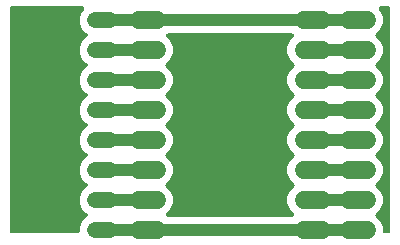
<source format=gbr>
G04 EAGLE Gerber X2 export*
G04 #@! %TF.Part,Single*
G04 #@! %TF.FileFunction,Copper,L2,Bot,Mixed*
G04 #@! %TF.FilePolarity,Positive*
G04 #@! %TF.GenerationSoftware,Autodesk,EAGLE,9.0.0*
G04 #@! %TF.CreationDate,2019-08-08T19:13:13Z*
G75*
%MOMM*%
%FSLAX34Y34*%
%LPD*%
%AMOC8*
5,1,8,0,0,1.08239X$1,22.5*%
G01*
%ADD10C,1.320800*%
%ADD11C,1.524000*%
%ADD12C,1.016000*%

G36*
X274410Y23878D02*
X274410Y23878D01*
X274419Y23877D01*
X274611Y23898D01*
X274802Y23917D01*
X274810Y23919D01*
X274819Y23920D01*
X275001Y23978D01*
X275187Y24035D01*
X275195Y24039D01*
X275203Y24042D01*
X275371Y24135D01*
X275541Y24227D01*
X275547Y24232D01*
X275555Y24237D01*
X275702Y24361D01*
X275850Y24484D01*
X275855Y24491D01*
X275862Y24497D01*
X275981Y24648D01*
X276102Y24798D01*
X276106Y24806D01*
X276112Y24813D01*
X276200Y24986D01*
X276288Y25155D01*
X276290Y25164D01*
X276294Y25172D01*
X276346Y25358D01*
X276399Y25542D01*
X276400Y25551D01*
X276402Y25560D01*
X276416Y25753D01*
X276432Y25944D01*
X276431Y25952D01*
X276432Y25961D01*
X276407Y26154D01*
X276385Y26343D01*
X276382Y26352D01*
X276381Y26361D01*
X276320Y26542D01*
X276260Y26726D01*
X276256Y26734D01*
X276253Y26742D01*
X276157Y26909D01*
X276062Y27077D01*
X276057Y27084D01*
X276052Y27091D01*
X275837Y27344D01*
X272852Y30330D01*
X270763Y35372D01*
X270763Y40828D01*
X272852Y45870D01*
X276345Y49364D01*
X276357Y49378D01*
X276370Y49389D01*
X276484Y49533D01*
X276600Y49675D01*
X276609Y49691D01*
X276620Y49705D01*
X276703Y49869D01*
X276789Y50031D01*
X276794Y50048D01*
X276802Y50064D01*
X276852Y50241D01*
X276904Y50417D01*
X276905Y50435D01*
X276910Y50452D01*
X276924Y50635D01*
X276940Y50818D01*
X276938Y50836D01*
X276940Y50853D01*
X276917Y51035D01*
X276897Y51218D01*
X276891Y51235D01*
X276889Y51253D01*
X276831Y51427D01*
X276775Y51602D01*
X276767Y51618D01*
X276761Y51634D01*
X276669Y51794D01*
X276580Y51954D01*
X276569Y51968D01*
X276560Y51983D01*
X276345Y52236D01*
X272852Y55730D01*
X270763Y60772D01*
X270763Y66228D01*
X272852Y71270D01*
X276345Y74764D01*
X276357Y74778D01*
X276370Y74789D01*
X276484Y74933D01*
X276600Y75075D01*
X276609Y75091D01*
X276620Y75105D01*
X276703Y75269D01*
X276789Y75431D01*
X276794Y75448D01*
X276802Y75464D01*
X276852Y75641D01*
X276904Y75817D01*
X276905Y75835D01*
X276910Y75852D01*
X276924Y76035D01*
X276940Y76218D01*
X276938Y76236D01*
X276940Y76253D01*
X276917Y76435D01*
X276897Y76618D01*
X276891Y76635D01*
X276889Y76653D01*
X276831Y76826D01*
X276775Y77002D01*
X276767Y77018D01*
X276761Y77034D01*
X276669Y77194D01*
X276580Y77354D01*
X276569Y77368D01*
X276560Y77383D01*
X276345Y77636D01*
X272852Y81130D01*
X270763Y86172D01*
X270763Y91628D01*
X272852Y96670D01*
X276345Y100164D01*
X276357Y100178D01*
X276370Y100189D01*
X276484Y100333D01*
X276600Y100475D01*
X276609Y100491D01*
X276620Y100505D01*
X276703Y100669D01*
X276789Y100831D01*
X276794Y100848D01*
X276802Y100864D01*
X276852Y101041D01*
X276904Y101217D01*
X276905Y101235D01*
X276910Y101252D01*
X276924Y101435D01*
X276940Y101618D01*
X276938Y101636D01*
X276940Y101653D01*
X276917Y101835D01*
X276897Y102018D01*
X276891Y102035D01*
X276889Y102053D01*
X276831Y102227D01*
X276775Y102402D01*
X276767Y102418D01*
X276761Y102434D01*
X276669Y102594D01*
X276580Y102754D01*
X276569Y102768D01*
X276560Y102783D01*
X276345Y103036D01*
X272852Y106530D01*
X270763Y111572D01*
X270763Y117028D01*
X272852Y122070D01*
X276345Y125564D01*
X276357Y125578D01*
X276370Y125589D01*
X276484Y125733D01*
X276600Y125875D01*
X276609Y125891D01*
X276620Y125905D01*
X276703Y126069D01*
X276789Y126231D01*
X276794Y126248D01*
X276802Y126264D01*
X276852Y126441D01*
X276904Y126617D01*
X276905Y126635D01*
X276910Y126652D01*
X276924Y126835D01*
X276940Y127018D01*
X276938Y127036D01*
X276940Y127053D01*
X276917Y127235D01*
X276897Y127418D01*
X276891Y127435D01*
X276889Y127453D01*
X276831Y127627D01*
X276775Y127802D01*
X276767Y127818D01*
X276761Y127834D01*
X276669Y127994D01*
X276580Y128154D01*
X276569Y128168D01*
X276560Y128183D01*
X276345Y128436D01*
X272852Y131930D01*
X270763Y136972D01*
X270763Y142428D01*
X272852Y147470D01*
X276345Y150964D01*
X276357Y150978D01*
X276370Y150989D01*
X276484Y151133D01*
X276600Y151275D01*
X276609Y151291D01*
X276620Y151305D01*
X276703Y151469D01*
X276789Y151631D01*
X276794Y151648D01*
X276802Y151664D01*
X276852Y151841D01*
X276904Y152017D01*
X276905Y152035D01*
X276910Y152052D01*
X276924Y152235D01*
X276940Y152418D01*
X276938Y152436D01*
X276940Y152453D01*
X276917Y152635D01*
X276897Y152818D01*
X276891Y152835D01*
X276889Y152853D01*
X276831Y153027D01*
X276775Y153202D01*
X276767Y153218D01*
X276761Y153234D01*
X276669Y153394D01*
X276580Y153554D01*
X276569Y153568D01*
X276560Y153583D01*
X276345Y153836D01*
X272852Y157330D01*
X270763Y162372D01*
X270763Y167828D01*
X272852Y172870D01*
X275837Y175856D01*
X275843Y175863D01*
X275850Y175868D01*
X275970Y176018D01*
X276092Y176167D01*
X276097Y176175D01*
X276102Y176182D01*
X276191Y176352D01*
X276281Y176523D01*
X276284Y176532D01*
X276288Y176539D01*
X276341Y176723D01*
X276396Y176909D01*
X276397Y176918D01*
X276399Y176926D01*
X276415Y177117D01*
X276432Y177310D01*
X276431Y177319D01*
X276432Y177328D01*
X276410Y177517D01*
X276389Y177710D01*
X276386Y177719D01*
X276385Y177727D01*
X276326Y177909D01*
X276267Y178094D01*
X276263Y178102D01*
X276260Y178110D01*
X276165Y178279D01*
X276072Y178446D01*
X276067Y178453D01*
X276062Y178461D01*
X275936Y178607D01*
X275812Y178753D01*
X275805Y178759D01*
X275799Y178766D01*
X275648Y178883D01*
X275496Y179003D01*
X275488Y179007D01*
X275481Y179012D01*
X275309Y179098D01*
X275137Y179185D01*
X275129Y179188D01*
X275121Y179192D01*
X274935Y179242D01*
X274749Y179293D01*
X274740Y179294D01*
X274732Y179296D01*
X274401Y179323D01*
X170099Y179323D01*
X170090Y179322D01*
X170081Y179323D01*
X169889Y179302D01*
X169698Y179283D01*
X169690Y179281D01*
X169681Y179280D01*
X169499Y179222D01*
X169313Y179165D01*
X169305Y179161D01*
X169297Y179158D01*
X169129Y179065D01*
X168959Y178973D01*
X168953Y178968D01*
X168945Y178963D01*
X168798Y178839D01*
X168650Y178716D01*
X168645Y178709D01*
X168638Y178703D01*
X168519Y178552D01*
X168398Y178402D01*
X168394Y178394D01*
X168388Y178387D01*
X168300Y178214D01*
X168212Y178045D01*
X168210Y178036D01*
X168206Y178028D01*
X168154Y177842D01*
X168101Y177658D01*
X168100Y177649D01*
X168098Y177640D01*
X168084Y177447D01*
X168068Y177256D01*
X168069Y177248D01*
X168068Y177239D01*
X168093Y177046D01*
X168115Y176857D01*
X168118Y176848D01*
X168119Y176839D01*
X168180Y176656D01*
X168240Y176474D01*
X168244Y176466D01*
X168247Y176458D01*
X168343Y176291D01*
X168438Y176123D01*
X168443Y176116D01*
X168448Y176109D01*
X168663Y175856D01*
X171648Y172870D01*
X173737Y167828D01*
X173737Y162372D01*
X171648Y157330D01*
X168155Y153836D01*
X168143Y153823D01*
X168130Y153811D01*
X168016Y153667D01*
X167900Y153525D01*
X167891Y153509D01*
X167880Y153495D01*
X167797Y153331D01*
X167711Y153169D01*
X167706Y153152D01*
X167698Y153136D01*
X167648Y152959D01*
X167596Y152783D01*
X167595Y152765D01*
X167590Y152748D01*
X167576Y152565D01*
X167560Y152382D01*
X167562Y152364D01*
X167560Y152347D01*
X167583Y152165D01*
X167603Y151982D01*
X167609Y151965D01*
X167611Y151947D01*
X167669Y151774D01*
X167725Y151598D01*
X167733Y151582D01*
X167739Y151566D01*
X167831Y151406D01*
X167920Y151246D01*
X167931Y151232D01*
X167940Y151217D01*
X168155Y150964D01*
X171648Y147470D01*
X173737Y142428D01*
X173737Y136972D01*
X171648Y131930D01*
X168155Y128436D01*
X168143Y128423D01*
X168130Y128411D01*
X168016Y128267D01*
X167900Y128125D01*
X167891Y128109D01*
X167880Y128095D01*
X167797Y127931D01*
X167711Y127769D01*
X167706Y127752D01*
X167698Y127736D01*
X167648Y127559D01*
X167596Y127383D01*
X167595Y127365D01*
X167590Y127348D01*
X167576Y127165D01*
X167560Y126982D01*
X167562Y126964D01*
X167560Y126947D01*
X167583Y126765D01*
X167603Y126582D01*
X167609Y126565D01*
X167611Y126547D01*
X167669Y126374D01*
X167725Y126198D01*
X167733Y126182D01*
X167739Y126166D01*
X167831Y126006D01*
X167920Y125846D01*
X167931Y125832D01*
X167940Y125817D01*
X168155Y125564D01*
X171648Y122070D01*
X173737Y117028D01*
X173737Y111572D01*
X171648Y106530D01*
X168155Y103036D01*
X168143Y103023D01*
X168130Y103011D01*
X168016Y102867D01*
X167900Y102725D01*
X167891Y102709D01*
X167880Y102695D01*
X167797Y102531D01*
X167711Y102369D01*
X167706Y102352D01*
X167698Y102336D01*
X167648Y102159D01*
X167596Y101983D01*
X167595Y101965D01*
X167590Y101948D01*
X167576Y101765D01*
X167560Y101582D01*
X167562Y101564D01*
X167560Y101547D01*
X167583Y101365D01*
X167603Y101182D01*
X167609Y101165D01*
X167611Y101147D01*
X167669Y100974D01*
X167725Y100798D01*
X167733Y100782D01*
X167739Y100766D01*
X167831Y100606D01*
X167920Y100446D01*
X167931Y100432D01*
X167940Y100417D01*
X168155Y100164D01*
X171648Y96670D01*
X173737Y91628D01*
X173737Y86172D01*
X171648Y81130D01*
X168155Y77636D01*
X168143Y77623D01*
X168130Y77611D01*
X168016Y77467D01*
X167900Y77325D01*
X167891Y77309D01*
X167880Y77295D01*
X167797Y77131D01*
X167711Y76969D01*
X167706Y76952D01*
X167698Y76936D01*
X167648Y76759D01*
X167596Y76583D01*
X167595Y76565D01*
X167590Y76548D01*
X167576Y76365D01*
X167560Y76182D01*
X167562Y76164D01*
X167560Y76147D01*
X167583Y75965D01*
X167603Y75782D01*
X167609Y75765D01*
X167611Y75747D01*
X167669Y75574D01*
X167725Y75398D01*
X167733Y75382D01*
X167739Y75366D01*
X167831Y75206D01*
X167920Y75046D01*
X167931Y75032D01*
X167940Y75017D01*
X168155Y74764D01*
X171648Y71270D01*
X173737Y66228D01*
X173737Y60772D01*
X171648Y55730D01*
X168155Y52236D01*
X168143Y52223D01*
X168130Y52211D01*
X168016Y52067D01*
X167900Y51925D01*
X167891Y51909D01*
X167880Y51895D01*
X167797Y51731D01*
X167711Y51569D01*
X167706Y51552D01*
X167698Y51536D01*
X167648Y51359D01*
X167596Y51183D01*
X167595Y51165D01*
X167590Y51148D01*
X167576Y50965D01*
X167560Y50782D01*
X167562Y50764D01*
X167560Y50747D01*
X167583Y50565D01*
X167603Y50382D01*
X167609Y50365D01*
X167611Y50347D01*
X167669Y50174D01*
X167725Y49998D01*
X167733Y49982D01*
X167739Y49966D01*
X167831Y49806D01*
X167920Y49646D01*
X167931Y49632D01*
X167940Y49617D01*
X168155Y49364D01*
X171648Y45870D01*
X173737Y40828D01*
X173737Y35372D01*
X171648Y30330D01*
X168663Y27344D01*
X168657Y27337D01*
X168650Y27332D01*
X168530Y27182D01*
X168408Y27033D01*
X168403Y27025D01*
X168398Y27018D01*
X168309Y26848D01*
X168219Y26677D01*
X168216Y26668D01*
X168212Y26661D01*
X168159Y26476D01*
X168104Y26291D01*
X168103Y26282D01*
X168101Y26274D01*
X168085Y26083D01*
X168068Y25890D01*
X168069Y25881D01*
X168068Y25872D01*
X168090Y25683D01*
X168111Y25490D01*
X168114Y25481D01*
X168115Y25473D01*
X168174Y25291D01*
X168233Y25106D01*
X168237Y25098D01*
X168240Y25090D01*
X168335Y24921D01*
X168428Y24754D01*
X168433Y24747D01*
X168438Y24739D01*
X168564Y24593D01*
X168688Y24447D01*
X168695Y24441D01*
X168701Y24434D01*
X168852Y24317D01*
X169004Y24197D01*
X169012Y24193D01*
X169019Y24188D01*
X169191Y24102D01*
X169363Y24015D01*
X169371Y24012D01*
X169379Y24008D01*
X169565Y23958D01*
X169751Y23907D01*
X169760Y23906D01*
X169768Y23904D01*
X170099Y23877D01*
X274401Y23877D01*
X274410Y23878D01*
G37*
G36*
X92982Y10163D02*
X92982Y10163D01*
X93000Y10161D01*
X93182Y10182D01*
X93365Y10201D01*
X93382Y10206D01*
X93399Y10208D01*
X93574Y10265D01*
X93750Y10319D01*
X93765Y10327D01*
X93782Y10333D01*
X93942Y10423D01*
X94104Y10511D01*
X94117Y10522D01*
X94133Y10531D01*
X94272Y10651D01*
X94413Y10768D01*
X94424Y10782D01*
X94438Y10794D01*
X94550Y10939D01*
X94665Y11082D01*
X94673Y11098D01*
X94684Y11112D01*
X94766Y11277D01*
X94851Y11439D01*
X94856Y11456D01*
X94864Y11472D01*
X94911Y11651D01*
X94962Y11826D01*
X94964Y11844D01*
X94968Y11861D01*
X94995Y12192D01*
X94995Y15226D01*
X96929Y19894D01*
X100502Y23467D01*
X100637Y23523D01*
X100645Y23528D01*
X100654Y23530D01*
X100822Y23622D01*
X100992Y23714D01*
X100999Y23719D01*
X101007Y23724D01*
X101153Y23847D01*
X101303Y23970D01*
X101308Y23977D01*
X101315Y23983D01*
X101435Y24133D01*
X101556Y24283D01*
X101560Y24291D01*
X101566Y24298D01*
X101654Y24470D01*
X101743Y24639D01*
X101746Y24648D01*
X101750Y24656D01*
X101803Y24842D01*
X101856Y25026D01*
X101857Y25035D01*
X101860Y25043D01*
X101875Y25235D01*
X101891Y25427D01*
X101890Y25436D01*
X101891Y25445D01*
X101867Y25637D01*
X101846Y25827D01*
X101843Y25835D01*
X101842Y25844D01*
X101781Y26028D01*
X101723Y26210D01*
X101718Y26218D01*
X101716Y26226D01*
X101620Y26394D01*
X101526Y26562D01*
X101521Y26568D01*
X101516Y26576D01*
X101390Y26721D01*
X101265Y26867D01*
X101257Y26873D01*
X101252Y26880D01*
X101101Y26995D01*
X100948Y27116D01*
X100939Y27120D01*
X100932Y27125D01*
X100637Y27277D01*
X100502Y27333D01*
X96929Y30906D01*
X94995Y35574D01*
X94995Y40626D01*
X96929Y45294D01*
X100502Y48867D01*
X100637Y48923D01*
X100645Y48928D01*
X100654Y48930D01*
X100822Y49022D01*
X100992Y49114D01*
X100999Y49119D01*
X101007Y49124D01*
X101153Y49247D01*
X101303Y49370D01*
X101308Y49377D01*
X101315Y49383D01*
X101435Y49533D01*
X101556Y49683D01*
X101560Y49691D01*
X101566Y49698D01*
X101654Y49870D01*
X101743Y50039D01*
X101746Y50048D01*
X101750Y50056D01*
X101803Y50242D01*
X101856Y50426D01*
X101857Y50435D01*
X101860Y50443D01*
X101875Y50635D01*
X101891Y50827D01*
X101890Y50836D01*
X101891Y50845D01*
X101867Y51037D01*
X101846Y51227D01*
X101843Y51235D01*
X101842Y51244D01*
X101781Y51428D01*
X101723Y51610D01*
X101718Y51618D01*
X101716Y51626D01*
X101620Y51794D01*
X101526Y51962D01*
X101521Y51968D01*
X101516Y51976D01*
X101390Y52121D01*
X101265Y52267D01*
X101257Y52273D01*
X101252Y52280D01*
X101101Y52395D01*
X100948Y52516D01*
X100939Y52520D01*
X100932Y52525D01*
X100637Y52677D01*
X100502Y52733D01*
X96929Y56306D01*
X94995Y60974D01*
X94995Y66026D01*
X96929Y70694D01*
X100502Y74267D01*
X100637Y74323D01*
X100645Y74328D01*
X100654Y74330D01*
X100822Y74422D01*
X100992Y74514D01*
X100999Y74519D01*
X101007Y74524D01*
X101153Y74647D01*
X101303Y74770D01*
X101308Y74777D01*
X101315Y74783D01*
X101435Y74933D01*
X101556Y75083D01*
X101560Y75091D01*
X101566Y75098D01*
X101654Y75270D01*
X101743Y75439D01*
X101746Y75448D01*
X101750Y75456D01*
X101803Y75642D01*
X101856Y75826D01*
X101857Y75835D01*
X101860Y75843D01*
X101875Y76035D01*
X101891Y76227D01*
X101890Y76236D01*
X101891Y76245D01*
X101867Y76437D01*
X101846Y76627D01*
X101843Y76635D01*
X101842Y76644D01*
X101782Y76826D01*
X101723Y77010D01*
X101718Y77018D01*
X101716Y77026D01*
X101620Y77194D01*
X101526Y77362D01*
X101521Y77368D01*
X101516Y77376D01*
X101390Y77521D01*
X101265Y77667D01*
X101257Y77673D01*
X101252Y77680D01*
X101101Y77795D01*
X100948Y77916D01*
X100939Y77920D01*
X100932Y77925D01*
X100637Y78077D01*
X100502Y78133D01*
X96929Y81706D01*
X94995Y86374D01*
X94995Y91426D01*
X96929Y96094D01*
X100502Y99667D01*
X100566Y99694D01*
X100637Y99723D01*
X100645Y99728D01*
X100654Y99730D01*
X100822Y99822D01*
X100992Y99914D01*
X100999Y99919D01*
X101007Y99924D01*
X101153Y100047D01*
X101303Y100170D01*
X101308Y100177D01*
X101315Y100183D01*
X101435Y100333D01*
X101556Y100483D01*
X101560Y100491D01*
X101566Y100498D01*
X101654Y100670D01*
X101743Y100839D01*
X101746Y100848D01*
X101750Y100856D01*
X101803Y101042D01*
X101856Y101226D01*
X101857Y101235D01*
X101860Y101243D01*
X101875Y101435D01*
X101891Y101627D01*
X101890Y101636D01*
X101891Y101645D01*
X101867Y101837D01*
X101846Y102027D01*
X101843Y102035D01*
X101842Y102044D01*
X101781Y102228D01*
X101723Y102410D01*
X101718Y102418D01*
X101716Y102426D01*
X101620Y102594D01*
X101526Y102762D01*
X101521Y102768D01*
X101516Y102776D01*
X101390Y102921D01*
X101265Y103067D01*
X101257Y103073D01*
X101252Y103080D01*
X101101Y103195D01*
X100948Y103316D01*
X100939Y103320D01*
X100932Y103325D01*
X100637Y103477D01*
X100502Y103533D01*
X96929Y107106D01*
X94995Y111774D01*
X94995Y116826D01*
X96929Y121494D01*
X100502Y125067D01*
X100637Y125123D01*
X100645Y125128D01*
X100654Y125130D01*
X100822Y125222D01*
X100992Y125314D01*
X100999Y125319D01*
X101007Y125324D01*
X101153Y125447D01*
X101303Y125570D01*
X101308Y125577D01*
X101315Y125583D01*
X101435Y125733D01*
X101556Y125883D01*
X101560Y125891D01*
X101566Y125898D01*
X101654Y126070D01*
X101743Y126239D01*
X101746Y126248D01*
X101750Y126256D01*
X101803Y126442D01*
X101856Y126626D01*
X101857Y126635D01*
X101860Y126643D01*
X101875Y126835D01*
X101891Y127027D01*
X101890Y127036D01*
X101891Y127045D01*
X101867Y127237D01*
X101846Y127427D01*
X101843Y127435D01*
X101842Y127444D01*
X101781Y127628D01*
X101723Y127810D01*
X101718Y127818D01*
X101716Y127826D01*
X101620Y127994D01*
X101526Y128162D01*
X101521Y128168D01*
X101516Y128176D01*
X101390Y128321D01*
X101265Y128467D01*
X101257Y128473D01*
X101252Y128480D01*
X101101Y128595D01*
X100948Y128716D01*
X100939Y128720D01*
X100932Y128725D01*
X100637Y128877D01*
X100502Y128933D01*
X96929Y132506D01*
X94995Y137174D01*
X94995Y142226D01*
X96929Y146894D01*
X100502Y150467D01*
X100637Y150523D01*
X100645Y150528D01*
X100654Y150530D01*
X100822Y150622D01*
X100992Y150714D01*
X100999Y150719D01*
X101007Y150724D01*
X101153Y150847D01*
X101303Y150970D01*
X101308Y150977D01*
X101315Y150983D01*
X101435Y151133D01*
X101556Y151283D01*
X101560Y151291D01*
X101566Y151298D01*
X101654Y151470D01*
X101743Y151639D01*
X101746Y151648D01*
X101750Y151656D01*
X101803Y151842D01*
X101856Y152026D01*
X101857Y152035D01*
X101860Y152043D01*
X101875Y152235D01*
X101891Y152427D01*
X101890Y152436D01*
X101891Y152445D01*
X101867Y152637D01*
X101846Y152827D01*
X101843Y152835D01*
X101842Y152844D01*
X101781Y153028D01*
X101723Y153210D01*
X101718Y153218D01*
X101716Y153226D01*
X101620Y153394D01*
X101526Y153562D01*
X101521Y153568D01*
X101516Y153576D01*
X101390Y153721D01*
X101265Y153867D01*
X101257Y153873D01*
X101252Y153880D01*
X101101Y153995D01*
X100948Y154116D01*
X100939Y154120D01*
X100932Y154125D01*
X100637Y154277D01*
X100502Y154333D01*
X96929Y157906D01*
X94995Y162574D01*
X94995Y167626D01*
X96929Y172294D01*
X100502Y175867D01*
X100637Y175923D01*
X100645Y175928D01*
X100654Y175930D01*
X100822Y176022D01*
X100992Y176114D01*
X100999Y176119D01*
X101007Y176124D01*
X101153Y176247D01*
X101303Y176370D01*
X101308Y176377D01*
X101315Y176383D01*
X101435Y176533D01*
X101556Y176683D01*
X101560Y176691D01*
X101566Y176698D01*
X101654Y176870D01*
X101743Y177039D01*
X101746Y177048D01*
X101750Y177056D01*
X101803Y177242D01*
X101856Y177426D01*
X101857Y177435D01*
X101860Y177443D01*
X101875Y177635D01*
X101891Y177827D01*
X101890Y177836D01*
X101891Y177845D01*
X101867Y178037D01*
X101846Y178227D01*
X101843Y178235D01*
X101842Y178244D01*
X101781Y178428D01*
X101723Y178610D01*
X101718Y178618D01*
X101716Y178626D01*
X101620Y178794D01*
X101526Y178962D01*
X101521Y178968D01*
X101516Y178976D01*
X101391Y179120D01*
X101265Y179267D01*
X101257Y179273D01*
X101252Y179280D01*
X101101Y179395D01*
X100948Y179516D01*
X100939Y179520D01*
X100932Y179525D01*
X100637Y179677D01*
X100502Y179733D01*
X96929Y183306D01*
X94995Y187974D01*
X94995Y193026D01*
X96929Y197694D01*
X98206Y198972D01*
X98212Y198979D01*
X98219Y198984D01*
X98340Y199135D01*
X98461Y199283D01*
X98465Y199291D01*
X98471Y199298D01*
X98559Y199468D01*
X98650Y199639D01*
X98652Y199648D01*
X98657Y199655D01*
X98710Y199840D01*
X98765Y200025D01*
X98765Y200034D01*
X98768Y200042D01*
X98784Y200233D01*
X98801Y200426D01*
X98800Y200435D01*
X98801Y200444D01*
X98779Y200633D01*
X98758Y200826D01*
X98755Y200835D01*
X98754Y200843D01*
X98695Y201025D01*
X98636Y201210D01*
X98632Y201218D01*
X98629Y201226D01*
X98535Y201393D01*
X98441Y201562D01*
X98436Y201569D01*
X98431Y201577D01*
X98306Y201722D01*
X98181Y201869D01*
X98174Y201875D01*
X98168Y201882D01*
X98017Y201998D01*
X97865Y202119D01*
X97857Y202123D01*
X97850Y202128D01*
X97679Y202213D01*
X97506Y202301D01*
X97497Y202304D01*
X97489Y202308D01*
X97304Y202357D01*
X97118Y202409D01*
X97109Y202410D01*
X97101Y202412D01*
X96770Y202439D01*
X37592Y202439D01*
X37574Y202437D01*
X37556Y202439D01*
X37374Y202418D01*
X37191Y202399D01*
X37174Y202394D01*
X37157Y202392D01*
X36982Y202335D01*
X36806Y202281D01*
X36791Y202273D01*
X36774Y202267D01*
X36614Y202177D01*
X36452Y202089D01*
X36439Y202078D01*
X36423Y202069D01*
X36284Y201949D01*
X36143Y201832D01*
X36132Y201818D01*
X36118Y201806D01*
X36006Y201661D01*
X35891Y201518D01*
X35883Y201502D01*
X35872Y201488D01*
X35790Y201323D01*
X35705Y201161D01*
X35700Y201144D01*
X35692Y201128D01*
X35645Y200949D01*
X35594Y200774D01*
X35592Y200756D01*
X35588Y200739D01*
X35561Y200408D01*
X35561Y12192D01*
X35563Y12174D01*
X35561Y12156D01*
X35582Y11974D01*
X35601Y11791D01*
X35606Y11774D01*
X35608Y11757D01*
X35665Y11582D01*
X35719Y11406D01*
X35727Y11391D01*
X35733Y11374D01*
X35823Y11214D01*
X35911Y11052D01*
X35922Y11039D01*
X35931Y11023D01*
X36051Y10884D01*
X36168Y10743D01*
X36182Y10732D01*
X36194Y10718D01*
X36339Y10606D01*
X36482Y10491D01*
X36498Y10483D01*
X36512Y10472D01*
X36677Y10390D01*
X36839Y10305D01*
X36856Y10300D01*
X36872Y10292D01*
X37051Y10245D01*
X37226Y10194D01*
X37244Y10192D01*
X37261Y10188D01*
X37592Y10161D01*
X92964Y10161D01*
X92982Y10163D01*
G37*
G36*
X355926Y10163D02*
X355926Y10163D01*
X355944Y10161D01*
X356126Y10182D01*
X356309Y10201D01*
X356326Y10206D01*
X356343Y10208D01*
X356518Y10265D01*
X356694Y10319D01*
X356709Y10327D01*
X356726Y10333D01*
X356886Y10423D01*
X357048Y10511D01*
X357061Y10522D01*
X357077Y10531D01*
X357216Y10651D01*
X357357Y10768D01*
X357368Y10782D01*
X357382Y10794D01*
X357494Y10939D01*
X357609Y11082D01*
X357617Y11098D01*
X357628Y11112D01*
X357710Y11277D01*
X357795Y11439D01*
X357800Y11456D01*
X357808Y11472D01*
X357855Y11651D01*
X357906Y11826D01*
X357908Y11844D01*
X357912Y11861D01*
X357939Y12192D01*
X357939Y200408D01*
X357937Y200426D01*
X357939Y200444D01*
X357918Y200626D01*
X357899Y200809D01*
X357894Y200826D01*
X357892Y200843D01*
X357835Y201018D01*
X357781Y201194D01*
X357773Y201209D01*
X357767Y201226D01*
X357677Y201386D01*
X357589Y201548D01*
X357578Y201561D01*
X357569Y201577D01*
X357449Y201716D01*
X357332Y201857D01*
X357318Y201868D01*
X357306Y201882D01*
X357161Y201994D01*
X357018Y202109D01*
X357002Y202117D01*
X356988Y202128D01*
X356823Y202210D01*
X356661Y202295D01*
X356644Y202300D01*
X356628Y202308D01*
X356449Y202355D01*
X356274Y202406D01*
X356256Y202408D01*
X356239Y202412D01*
X355908Y202439D01*
X350183Y202439D01*
X350174Y202438D01*
X350165Y202439D01*
X349973Y202418D01*
X349782Y202399D01*
X349774Y202397D01*
X349765Y202396D01*
X349583Y202338D01*
X349397Y202281D01*
X349389Y202277D01*
X349381Y202274D01*
X349213Y202181D01*
X349043Y202089D01*
X349037Y202084D01*
X349029Y202079D01*
X348881Y201954D01*
X348734Y201832D01*
X348729Y201825D01*
X348722Y201819D01*
X348602Y201667D01*
X348482Y201518D01*
X348478Y201510D01*
X348472Y201503D01*
X348384Y201330D01*
X348296Y201161D01*
X348294Y201152D01*
X348290Y201144D01*
X348238Y200959D01*
X348185Y200774D01*
X348184Y200765D01*
X348182Y200756D01*
X348168Y200564D01*
X348152Y200372D01*
X348153Y200364D01*
X348152Y200355D01*
X348177Y200164D01*
X348199Y199973D01*
X348202Y199964D01*
X348203Y199955D01*
X348264Y199774D01*
X348324Y199590D01*
X348328Y199582D01*
X348331Y199574D01*
X348427Y199406D01*
X348522Y199239D01*
X348528Y199232D01*
X348532Y199225D01*
X348747Y198972D01*
X349448Y198270D01*
X351537Y193228D01*
X351537Y187772D01*
X349448Y182730D01*
X345955Y179236D01*
X345943Y179222D01*
X345930Y179211D01*
X345816Y179067D01*
X345700Y178925D01*
X345691Y178909D01*
X345680Y178895D01*
X345597Y178731D01*
X345511Y178569D01*
X345506Y178552D01*
X345498Y178536D01*
X345448Y178359D01*
X345396Y178183D01*
X345395Y178165D01*
X345390Y178148D01*
X345376Y177965D01*
X345360Y177782D01*
X345362Y177764D01*
X345360Y177747D01*
X345383Y177565D01*
X345403Y177382D01*
X345409Y177365D01*
X345411Y177347D01*
X345469Y177173D01*
X345525Y176998D01*
X345533Y176982D01*
X345539Y176966D01*
X345631Y176806D01*
X345720Y176646D01*
X345731Y176632D01*
X345740Y176617D01*
X345955Y176364D01*
X349448Y172870D01*
X351537Y167828D01*
X351537Y162372D01*
X349448Y157330D01*
X345955Y153836D01*
X345943Y153822D01*
X345930Y153811D01*
X345816Y153667D01*
X345700Y153525D01*
X345691Y153509D01*
X345680Y153495D01*
X345597Y153331D01*
X345511Y153169D01*
X345506Y153152D01*
X345498Y153136D01*
X345448Y152959D01*
X345396Y152783D01*
X345395Y152765D01*
X345390Y152748D01*
X345376Y152565D01*
X345360Y152382D01*
X345362Y152364D01*
X345360Y152347D01*
X345383Y152165D01*
X345403Y151982D01*
X345409Y151965D01*
X345411Y151947D01*
X345469Y151773D01*
X345525Y151598D01*
X345533Y151582D01*
X345539Y151566D01*
X345631Y151406D01*
X345720Y151246D01*
X345731Y151232D01*
X345740Y151217D01*
X345955Y150964D01*
X349448Y147470D01*
X351537Y142428D01*
X351537Y136972D01*
X349448Y131930D01*
X345955Y128436D01*
X345943Y128422D01*
X345930Y128411D01*
X345816Y128267D01*
X345700Y128125D01*
X345691Y128109D01*
X345680Y128095D01*
X345597Y127931D01*
X345511Y127769D01*
X345506Y127752D01*
X345498Y127736D01*
X345448Y127559D01*
X345396Y127383D01*
X345395Y127365D01*
X345390Y127348D01*
X345376Y127165D01*
X345360Y126982D01*
X345362Y126964D01*
X345360Y126947D01*
X345383Y126765D01*
X345403Y126582D01*
X345409Y126565D01*
X345411Y126547D01*
X345469Y126373D01*
X345525Y126198D01*
X345533Y126182D01*
X345539Y126166D01*
X345631Y126006D01*
X345720Y125846D01*
X345731Y125832D01*
X345740Y125817D01*
X345955Y125564D01*
X349448Y122070D01*
X351537Y117028D01*
X351537Y111572D01*
X349448Y106530D01*
X345955Y103036D01*
X345943Y103022D01*
X345930Y103011D01*
X345816Y102867D01*
X345700Y102725D01*
X345691Y102709D01*
X345680Y102695D01*
X345597Y102531D01*
X345511Y102369D01*
X345506Y102352D01*
X345498Y102336D01*
X345448Y102159D01*
X345396Y101983D01*
X345395Y101965D01*
X345390Y101948D01*
X345376Y101765D01*
X345360Y101582D01*
X345362Y101564D01*
X345360Y101547D01*
X345383Y101365D01*
X345403Y101182D01*
X345409Y101165D01*
X345411Y101147D01*
X345469Y100973D01*
X345525Y100798D01*
X345533Y100782D01*
X345539Y100766D01*
X345631Y100606D01*
X345720Y100446D01*
X345731Y100432D01*
X345740Y100417D01*
X345955Y100164D01*
X349448Y96670D01*
X351537Y91628D01*
X351537Y86172D01*
X349448Y81130D01*
X345955Y77636D01*
X345943Y77622D01*
X345930Y77611D01*
X345816Y77467D01*
X345700Y77325D01*
X345691Y77309D01*
X345680Y77295D01*
X345597Y77131D01*
X345511Y76969D01*
X345506Y76952D01*
X345498Y76936D01*
X345448Y76759D01*
X345396Y76583D01*
X345395Y76565D01*
X345390Y76548D01*
X345376Y76365D01*
X345360Y76182D01*
X345362Y76164D01*
X345360Y76147D01*
X345383Y75965D01*
X345403Y75782D01*
X345409Y75765D01*
X345411Y75747D01*
X345469Y75573D01*
X345525Y75398D01*
X345533Y75382D01*
X345539Y75366D01*
X345631Y75206D01*
X345720Y75046D01*
X345731Y75032D01*
X345740Y75017D01*
X345955Y74764D01*
X349448Y71270D01*
X351537Y66228D01*
X351537Y60772D01*
X349448Y55730D01*
X345955Y52236D01*
X345943Y52222D01*
X345930Y52211D01*
X345816Y52067D01*
X345700Y51925D01*
X345691Y51909D01*
X345680Y51895D01*
X345597Y51731D01*
X345511Y51569D01*
X345506Y51552D01*
X345498Y51536D01*
X345448Y51359D01*
X345396Y51183D01*
X345395Y51165D01*
X345390Y51148D01*
X345376Y50965D01*
X345360Y50782D01*
X345362Y50764D01*
X345360Y50747D01*
X345383Y50565D01*
X345403Y50382D01*
X345409Y50365D01*
X345411Y50347D01*
X345469Y50173D01*
X345525Y49998D01*
X345533Y49982D01*
X345539Y49966D01*
X345631Y49806D01*
X345720Y49646D01*
X345731Y49632D01*
X345740Y49617D01*
X345955Y49364D01*
X349448Y45870D01*
X351537Y40828D01*
X351537Y35372D01*
X349448Y30330D01*
X345955Y26836D01*
X345943Y26822D01*
X345930Y26811D01*
X345816Y26667D01*
X345700Y26525D01*
X345691Y26509D01*
X345680Y26495D01*
X345597Y26331D01*
X345511Y26169D01*
X345506Y26152D01*
X345498Y26136D01*
X345448Y25959D01*
X345396Y25783D01*
X345395Y25765D01*
X345390Y25748D01*
X345376Y25565D01*
X345360Y25382D01*
X345362Y25364D01*
X345360Y25347D01*
X345383Y25165D01*
X345403Y24982D01*
X345409Y24965D01*
X345411Y24947D01*
X345469Y24773D01*
X345525Y24598D01*
X345533Y24582D01*
X345539Y24566D01*
X345631Y24406D01*
X345720Y24246D01*
X345731Y24232D01*
X345740Y24217D01*
X345955Y23964D01*
X349448Y20470D01*
X351537Y15428D01*
X351537Y12192D01*
X351539Y12174D01*
X351537Y12156D01*
X351558Y11974D01*
X351577Y11791D01*
X351582Y11774D01*
X351584Y11757D01*
X351641Y11582D01*
X351695Y11406D01*
X351703Y11391D01*
X351709Y11374D01*
X351799Y11214D01*
X351887Y11052D01*
X351898Y11039D01*
X351907Y11023D01*
X352027Y10884D01*
X352144Y10743D01*
X352158Y10732D01*
X352170Y10718D01*
X352315Y10606D01*
X352458Y10491D01*
X352474Y10483D01*
X352488Y10472D01*
X352653Y10390D01*
X352815Y10305D01*
X352832Y10300D01*
X352848Y10292D01*
X353027Y10245D01*
X353202Y10194D01*
X353220Y10192D01*
X353237Y10188D01*
X353568Y10161D01*
X355908Y10161D01*
X355926Y10163D01*
G37*
D10*
X120904Y190500D02*
X107696Y190500D01*
X107696Y165100D02*
X120904Y165100D01*
X120904Y139700D02*
X107696Y139700D01*
X107696Y114300D02*
X120904Y114300D01*
X120904Y88900D02*
X107696Y88900D01*
X107696Y63500D02*
X120904Y63500D01*
X120904Y38100D02*
X107696Y38100D01*
X107696Y12700D02*
X120904Y12700D01*
D11*
X322580Y12700D02*
X337820Y12700D01*
X337820Y38100D02*
X322580Y38100D01*
X322580Y63500D02*
X337820Y63500D01*
X337820Y88900D02*
X322580Y88900D01*
X322580Y114300D02*
X337820Y114300D01*
X337820Y139700D02*
X322580Y139700D01*
X322580Y165100D02*
X337820Y165100D01*
X337820Y190500D02*
X322580Y190500D01*
X160020Y190500D02*
X144780Y190500D01*
X144780Y165100D02*
X160020Y165100D01*
X160020Y139700D02*
X144780Y139700D01*
X144780Y114300D02*
X160020Y114300D01*
X160020Y88900D02*
X144780Y88900D01*
X144780Y63500D02*
X160020Y63500D01*
X160020Y38100D02*
X144780Y38100D01*
X144780Y12700D02*
X160020Y12700D01*
X284480Y190500D02*
X299720Y190500D01*
X299720Y165100D02*
X284480Y165100D01*
X284480Y139700D02*
X299720Y139700D01*
X299720Y114300D02*
X284480Y114300D01*
X284480Y88900D02*
X299720Y88900D01*
X299720Y63500D02*
X284480Y63500D01*
X284480Y38100D02*
X299720Y38100D01*
X299720Y12700D02*
X284480Y12700D01*
D12*
X292100Y190500D02*
X114300Y190500D01*
X152400Y190500D02*
X292100Y190500D01*
X330200Y190500D02*
X152400Y190500D01*
X152400Y165100D02*
X114300Y165100D01*
X114300Y139700D02*
X152400Y139700D01*
X152400Y114300D02*
X114300Y114300D01*
X114300Y88900D02*
X152400Y88900D01*
X152400Y63500D02*
X114300Y63500D01*
X114300Y38100D02*
X152400Y38100D01*
X152400Y12700D02*
X114300Y12700D01*
X152400Y12700D02*
X292100Y12700D01*
X330200Y12700D01*
X330200Y165100D02*
X292100Y165100D01*
X292100Y139700D02*
X330200Y139700D01*
X330200Y114300D02*
X292100Y114300D01*
X292100Y88900D02*
X330200Y88900D01*
X330200Y63500D02*
X292100Y63500D01*
X292100Y38100D02*
X330200Y38100D01*
M02*

</source>
